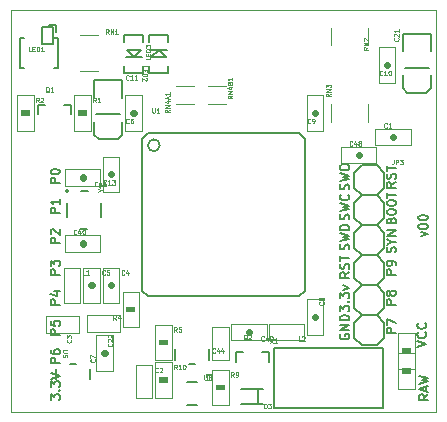
<source format=gto>
G04 #@! TF.GenerationSoftware,KiCad,Pcbnew,(5.1.4)-1*
G04 #@! TF.CreationDate,2019-10-25T18:27:15-07:00*
G04 #@! TF.ProjectId,base,62617365-2e6b-4696-9361-645f70636258,rev?*
G04 #@! TF.SameCoordinates,Original*
G04 #@! TF.FileFunction,Legend,Top*
G04 #@! TF.FilePolarity,Positive*
%FSLAX46Y46*%
G04 Gerber Fmt 4.6, Leading zero omitted, Abs format (unit mm)*
G04 Created by KiCad (PCBNEW (5.1.4)-1) date 2019-10-25 18:27:15*
%MOMM*%
%LPD*%
G04 APERTURE LIST*
%ADD10C,0.162560*%
%ADD11C,0.050000*%
%ADD12C,0.152400*%
%ADD13C,0.127000*%
%ADD14C,0.050800*%
%ADD15C,0.100000*%
%ADD16C,0.101600*%
%ADD17C,0.203200*%
%ADD18C,0.558800*%
%ADD19C,0.077216*%
%ADD20C,0.061772*%
G04 APERTURE END LIST*
D10*
X165254577Y-112661627D02*
X165769350Y-112477779D01*
X165254577Y-112293932D01*
X164997190Y-111852697D02*
X164997190Y-111779158D01*
X165033960Y-111705619D01*
X165070729Y-111668850D01*
X165144268Y-111632080D01*
X165291346Y-111595311D01*
X165475194Y-111595311D01*
X165622272Y-111632080D01*
X165695811Y-111668850D01*
X165732580Y-111705619D01*
X165769350Y-111779158D01*
X165769350Y-111852697D01*
X165732580Y-111926236D01*
X165695811Y-111963006D01*
X165622272Y-111999776D01*
X165475194Y-112036545D01*
X165291346Y-112036545D01*
X165144268Y-111999776D01*
X165070729Y-111963006D01*
X165033960Y-111926236D01*
X164997190Y-111852697D01*
X164997190Y-111117307D02*
X164997190Y-111043768D01*
X165033960Y-110970229D01*
X165070729Y-110933459D01*
X165144268Y-110896690D01*
X165291346Y-110859920D01*
X165475194Y-110859920D01*
X165622272Y-110896690D01*
X165695811Y-110933459D01*
X165732580Y-110970229D01*
X165769350Y-111043768D01*
X165769350Y-111117307D01*
X165732580Y-111190846D01*
X165695811Y-111227616D01*
X165622272Y-111264385D01*
X165475194Y-111301155D01*
X165291346Y-111301155D01*
X165144268Y-111264385D01*
X165070729Y-111227616D01*
X165033960Y-111190846D01*
X164997190Y-111117307D01*
X164885430Y-122002416D02*
X165657590Y-121745030D01*
X164885430Y-121487643D01*
X165584051Y-120789022D02*
X165620820Y-120825792D01*
X165657590Y-120936100D01*
X165657590Y-121009639D01*
X165620820Y-121119948D01*
X165547281Y-121193487D01*
X165473742Y-121230256D01*
X165326664Y-121267026D01*
X165216356Y-121267026D01*
X165069278Y-121230256D01*
X164995739Y-121193487D01*
X164922200Y-121119948D01*
X164885430Y-121009639D01*
X164885430Y-120936100D01*
X164922200Y-120825792D01*
X164958969Y-120789022D01*
X165584051Y-120016862D02*
X165620820Y-120053632D01*
X165657590Y-120163940D01*
X165657590Y-120237479D01*
X165620820Y-120347788D01*
X165547281Y-120421327D01*
X165473742Y-120458096D01*
X165326664Y-120494866D01*
X165216356Y-120494866D01*
X165069278Y-120458096D01*
X164995739Y-120421327D01*
X164922200Y-120347788D01*
X164885430Y-120237479D01*
X164885430Y-120163940D01*
X164922200Y-120053632D01*
X164958969Y-120016862D01*
D11*
X166500000Y-93500000D02*
X130500000Y-93500000D01*
X130500000Y-93500000D02*
X130500000Y-127500000D01*
X166500000Y-127500000D02*
X166500000Y-93500000D01*
X130500000Y-127500000D02*
X166500000Y-127500000D01*
D10*
X134621330Y-123383088D02*
X133849170Y-123383088D01*
X133849170Y-123088932D01*
X133885940Y-123015393D01*
X133922709Y-122978623D01*
X133996248Y-122941854D01*
X134106557Y-122941854D01*
X134180096Y-122978623D01*
X134216865Y-123015393D01*
X134253635Y-123088932D01*
X134253635Y-123383088D01*
X133849170Y-122280002D02*
X133849170Y-122427080D01*
X133885940Y-122500619D01*
X133922709Y-122537389D01*
X134033018Y-122610928D01*
X134180096Y-122647697D01*
X134474252Y-122647697D01*
X134547791Y-122610928D01*
X134584560Y-122574158D01*
X134621330Y-122500619D01*
X134621330Y-122353541D01*
X134584560Y-122280002D01*
X134547791Y-122243233D01*
X134474252Y-122206463D01*
X134290404Y-122206463D01*
X134216865Y-122243233D01*
X134180096Y-122280002D01*
X134143326Y-122353541D01*
X134143326Y-122500619D01*
X134180096Y-122574158D01*
X134216865Y-122610928D01*
X134290404Y-122647697D01*
X134621330Y-118430088D02*
X133849170Y-118430088D01*
X133849170Y-118135932D01*
X133885940Y-118062393D01*
X133922709Y-118025623D01*
X133996248Y-117988854D01*
X134106557Y-117988854D01*
X134180096Y-118025623D01*
X134216865Y-118062393D01*
X134253635Y-118135932D01*
X134253635Y-118430088D01*
X134106557Y-117327002D02*
X134621330Y-117327002D01*
X133812400Y-117510850D02*
X134363943Y-117694697D01*
X134363943Y-117216694D01*
X134621330Y-120970088D02*
X133849170Y-120970088D01*
X133849170Y-120675932D01*
X133885940Y-120602393D01*
X133922709Y-120565623D01*
X133996248Y-120528854D01*
X134106557Y-120528854D01*
X134180096Y-120565623D01*
X134216865Y-120602393D01*
X134253635Y-120675932D01*
X134253635Y-120970088D01*
X133849170Y-119830233D02*
X133849170Y-120197928D01*
X134216865Y-120234697D01*
X134180096Y-120197928D01*
X134143326Y-120124389D01*
X134143326Y-119940541D01*
X134180096Y-119867002D01*
X134216865Y-119830233D01*
X134290404Y-119793463D01*
X134474252Y-119793463D01*
X134547791Y-119830233D01*
X134584560Y-119867002D01*
X134621330Y-119940541D01*
X134621330Y-120124389D01*
X134584560Y-120197928D01*
X134547791Y-120234697D01*
X134621330Y-115890088D02*
X133849170Y-115890088D01*
X133849170Y-115595932D01*
X133885940Y-115522393D01*
X133922709Y-115485623D01*
X133996248Y-115448854D01*
X134106557Y-115448854D01*
X134180096Y-115485623D01*
X134216865Y-115522393D01*
X134253635Y-115595932D01*
X134253635Y-115890088D01*
X133849170Y-115191467D02*
X133849170Y-114713463D01*
X134143326Y-114970850D01*
X134143326Y-114860541D01*
X134180096Y-114787002D01*
X134216865Y-114750233D01*
X134290404Y-114713463D01*
X134474252Y-114713463D01*
X134547791Y-114750233D01*
X134584560Y-114787002D01*
X134621330Y-114860541D01*
X134621330Y-115081158D01*
X134584560Y-115154697D01*
X134547791Y-115191467D01*
X134621330Y-113223088D02*
X133849170Y-113223088D01*
X133849170Y-112928932D01*
X133885940Y-112855393D01*
X133922709Y-112818623D01*
X133996248Y-112781854D01*
X134106557Y-112781854D01*
X134180096Y-112818623D01*
X134216865Y-112855393D01*
X134253635Y-112928932D01*
X134253635Y-113223088D01*
X133922709Y-112487697D02*
X133885940Y-112450928D01*
X133849170Y-112377389D01*
X133849170Y-112193541D01*
X133885940Y-112120002D01*
X133922709Y-112083233D01*
X133996248Y-112046463D01*
X134069787Y-112046463D01*
X134180096Y-112083233D01*
X134621330Y-112524467D01*
X134621330Y-112046463D01*
X134621330Y-110683088D02*
X133849170Y-110683088D01*
X133849170Y-110388932D01*
X133885940Y-110315393D01*
X133922709Y-110278623D01*
X133996248Y-110241854D01*
X134106557Y-110241854D01*
X134180096Y-110278623D01*
X134216865Y-110315393D01*
X134253635Y-110388932D01*
X134253635Y-110683088D01*
X134621330Y-109506463D02*
X134621330Y-109947697D01*
X134621330Y-109727080D02*
X133849170Y-109727080D01*
X133959479Y-109800619D01*
X134033018Y-109874158D01*
X134069787Y-109947697D01*
X159095560Y-113767857D02*
X159132330Y-113657549D01*
X159132330Y-113473701D01*
X159095560Y-113400162D01*
X159058791Y-113363393D01*
X158985252Y-113326623D01*
X158911713Y-113326623D01*
X158838174Y-113363393D01*
X158801404Y-113400162D01*
X158764635Y-113473701D01*
X158727865Y-113620779D01*
X158691096Y-113694318D01*
X158654326Y-113731088D01*
X158580787Y-113767857D01*
X158507248Y-113767857D01*
X158433709Y-113731088D01*
X158396940Y-113694318D01*
X158360170Y-113620779D01*
X158360170Y-113436932D01*
X158396940Y-113326623D01*
X158360170Y-113069236D02*
X159132330Y-112885389D01*
X158580787Y-112738311D01*
X159132330Y-112591233D01*
X158360170Y-112407385D01*
X159132330Y-112113229D02*
X158360170Y-112113229D01*
X158360170Y-111929381D01*
X158396940Y-111819073D01*
X158470479Y-111745534D01*
X158544018Y-111708764D01*
X158691096Y-111671995D01*
X158801404Y-111671995D01*
X158948482Y-111708764D01*
X159022021Y-111745534D01*
X159095560Y-111819073D01*
X159132330Y-111929381D01*
X159132330Y-112113229D01*
X159095560Y-111227857D02*
X159132330Y-111117549D01*
X159132330Y-110933701D01*
X159095560Y-110860162D01*
X159058791Y-110823393D01*
X158985252Y-110786623D01*
X158911713Y-110786623D01*
X158838174Y-110823393D01*
X158801404Y-110860162D01*
X158764635Y-110933701D01*
X158727865Y-111080779D01*
X158691096Y-111154318D01*
X158654326Y-111191088D01*
X158580787Y-111227857D01*
X158507248Y-111227857D01*
X158433709Y-111191088D01*
X158396940Y-111154318D01*
X158360170Y-111080779D01*
X158360170Y-110896932D01*
X158396940Y-110786623D01*
X158360170Y-110529236D02*
X159132330Y-110345389D01*
X158580787Y-110198311D01*
X159132330Y-110051233D01*
X158360170Y-109867385D01*
X159058791Y-109131995D02*
X159095560Y-109168764D01*
X159132330Y-109279073D01*
X159132330Y-109352612D01*
X159095560Y-109462920D01*
X159022021Y-109536459D01*
X158948482Y-109573229D01*
X158801404Y-109609998D01*
X158691096Y-109609998D01*
X158544018Y-109573229D01*
X158470479Y-109536459D01*
X158396940Y-109462920D01*
X158360170Y-109352612D01*
X158360170Y-109279073D01*
X158396940Y-109168764D01*
X158433709Y-109131995D01*
D12*
X162692442Y-111285382D02*
X162726914Y-111181968D01*
X162761385Y-111147497D01*
X162830328Y-111113025D01*
X162933742Y-111113025D01*
X163002685Y-111147497D01*
X163037157Y-111181968D01*
X163071628Y-111250911D01*
X163071628Y-111526682D01*
X162347728Y-111526682D01*
X162347728Y-111285382D01*
X162382200Y-111216440D01*
X162416671Y-111181968D01*
X162485614Y-111147497D01*
X162554557Y-111147497D01*
X162623500Y-111181968D01*
X162657971Y-111216440D01*
X162692442Y-111285382D01*
X162692442Y-111526682D01*
X162347728Y-110664897D02*
X162347728Y-110527011D01*
X162382200Y-110458068D01*
X162451142Y-110389125D01*
X162589028Y-110354654D01*
X162830328Y-110354654D01*
X162968214Y-110389125D01*
X163037157Y-110458068D01*
X163071628Y-110527011D01*
X163071628Y-110664897D01*
X163037157Y-110733840D01*
X162968214Y-110802782D01*
X162830328Y-110837254D01*
X162589028Y-110837254D01*
X162451142Y-110802782D01*
X162382200Y-110733840D01*
X162347728Y-110664897D01*
X162347728Y-109906525D02*
X162347728Y-109768640D01*
X162382200Y-109699697D01*
X162451142Y-109630754D01*
X162589028Y-109596282D01*
X162830328Y-109596282D01*
X162968214Y-109630754D01*
X163037157Y-109699697D01*
X163071628Y-109768640D01*
X163071628Y-109906525D01*
X163037157Y-109975468D01*
X162968214Y-110044411D01*
X162830328Y-110078882D01*
X162589028Y-110078882D01*
X162451142Y-110044411D01*
X162382200Y-109975468D01*
X162347728Y-109906525D01*
X162347728Y-109389454D02*
X162347728Y-108975797D01*
X163071628Y-109182625D02*
X162347728Y-109182625D01*
D10*
X163069330Y-108082854D02*
X162701635Y-108340240D01*
X163069330Y-108524088D02*
X162297170Y-108524088D01*
X162297170Y-108229932D01*
X162333940Y-108156393D01*
X162370709Y-108119623D01*
X162444248Y-108082854D01*
X162554557Y-108082854D01*
X162628096Y-108119623D01*
X162664865Y-108156393D01*
X162701635Y-108229932D01*
X162701635Y-108524088D01*
X163032560Y-107788697D02*
X163069330Y-107678389D01*
X163069330Y-107494541D01*
X163032560Y-107421002D01*
X162995791Y-107384233D01*
X162922252Y-107347463D01*
X162848713Y-107347463D01*
X162775174Y-107384233D01*
X162738404Y-107421002D01*
X162701635Y-107494541D01*
X162664865Y-107641619D01*
X162628096Y-107715158D01*
X162591326Y-107751928D01*
X162517787Y-107788697D01*
X162444248Y-107788697D01*
X162370709Y-107751928D01*
X162333940Y-107715158D01*
X162297170Y-107641619D01*
X162297170Y-107457772D01*
X162333940Y-107347463D01*
X162297170Y-107126846D02*
X162297170Y-106685612D01*
X163069330Y-106906229D02*
X162297170Y-106906229D01*
X163069330Y-120843088D02*
X162297170Y-120843088D01*
X162297170Y-120548932D01*
X162333940Y-120475393D01*
X162370709Y-120438623D01*
X162444248Y-120401854D01*
X162554557Y-120401854D01*
X162628096Y-120438623D01*
X162664865Y-120475393D01*
X162701635Y-120548932D01*
X162701635Y-120843088D01*
X162297170Y-120144467D02*
X162297170Y-119629694D01*
X163069330Y-119960619D01*
X133849170Y-126504627D02*
X133849170Y-126026623D01*
X134143326Y-126284010D01*
X134143326Y-126173701D01*
X134180096Y-126100162D01*
X134216865Y-126063393D01*
X134290404Y-126026623D01*
X134474252Y-126026623D01*
X134547791Y-126063393D01*
X134584560Y-126100162D01*
X134621330Y-126173701D01*
X134621330Y-126394318D01*
X134584560Y-126467857D01*
X134547791Y-126504627D01*
X134547791Y-125695697D02*
X134584560Y-125658928D01*
X134621330Y-125695697D01*
X134584560Y-125732467D01*
X134547791Y-125695697D01*
X134621330Y-125695697D01*
X133849170Y-125401541D02*
X133849170Y-124923537D01*
X134143326Y-125180924D01*
X134143326Y-125070616D01*
X134180096Y-124997076D01*
X134216865Y-124960307D01*
X134290404Y-124923537D01*
X134474252Y-124923537D01*
X134547791Y-124960307D01*
X134584560Y-124997076D01*
X134621330Y-125070616D01*
X134621330Y-125291233D01*
X134584560Y-125364772D01*
X134547791Y-125401541D01*
X133849170Y-124702920D02*
X134621330Y-124445534D01*
X133849170Y-124188147D01*
X165837930Y-126048274D02*
X165470235Y-126305660D01*
X165837930Y-126489508D02*
X165065770Y-126489508D01*
X165065770Y-126195352D01*
X165102540Y-126121813D01*
X165139309Y-126085043D01*
X165212848Y-126048274D01*
X165323157Y-126048274D01*
X165396696Y-126085043D01*
X165433465Y-126121813D01*
X165470235Y-126195352D01*
X165470235Y-126489508D01*
X165617313Y-125754117D02*
X165617313Y-125386422D01*
X165837930Y-125827656D02*
X165065770Y-125570270D01*
X165837930Y-125312883D01*
X165065770Y-125129036D02*
X165837930Y-124945188D01*
X165286387Y-124798110D01*
X165837930Y-124651032D01*
X165065770Y-124467184D01*
X163069330Y-118430088D02*
X162297170Y-118430088D01*
X162297170Y-118135932D01*
X162333940Y-118062393D01*
X162370709Y-118025623D01*
X162444248Y-117988854D01*
X162554557Y-117988854D01*
X162628096Y-118025623D01*
X162664865Y-118062393D01*
X162701635Y-118135932D01*
X162701635Y-118430088D01*
X162628096Y-117547619D02*
X162591326Y-117621158D01*
X162554557Y-117657928D01*
X162481018Y-117694697D01*
X162444248Y-117694697D01*
X162370709Y-117657928D01*
X162333940Y-117621158D01*
X162297170Y-117547619D01*
X162297170Y-117400541D01*
X162333940Y-117327002D01*
X162370709Y-117290233D01*
X162444248Y-117253463D01*
X162481018Y-117253463D01*
X162554557Y-117290233D01*
X162591326Y-117327002D01*
X162628096Y-117400541D01*
X162628096Y-117547619D01*
X162664865Y-117621158D01*
X162701635Y-117657928D01*
X162775174Y-117694697D01*
X162922252Y-117694697D01*
X162995791Y-117657928D01*
X163032560Y-117621158D01*
X163069330Y-117547619D01*
X163069330Y-117400541D01*
X163032560Y-117327002D01*
X162995791Y-117290233D01*
X162922252Y-117253463D01*
X162775174Y-117253463D01*
X162701635Y-117290233D01*
X162664865Y-117327002D01*
X162628096Y-117400541D01*
X134621330Y-108143088D02*
X133849170Y-108143088D01*
X133849170Y-107848932D01*
X133885940Y-107775393D01*
X133922709Y-107738623D01*
X133996248Y-107701854D01*
X134106557Y-107701854D01*
X134180096Y-107738623D01*
X134216865Y-107775393D01*
X134253635Y-107848932D01*
X134253635Y-108143088D01*
X133849170Y-107223850D02*
X133849170Y-107150311D01*
X133885940Y-107076772D01*
X133922709Y-107040002D01*
X133996248Y-107003233D01*
X134143326Y-106966463D01*
X134327174Y-106966463D01*
X134474252Y-107003233D01*
X134547791Y-107040002D01*
X134584560Y-107076772D01*
X134621330Y-107150311D01*
X134621330Y-107223850D01*
X134584560Y-107297389D01*
X134547791Y-107334158D01*
X134474252Y-107370928D01*
X134327174Y-107407697D01*
X134143326Y-107407697D01*
X133996248Y-107370928D01*
X133922709Y-107334158D01*
X133885940Y-107297389D01*
X133849170Y-107223850D01*
X159132330Y-115702854D02*
X158764635Y-115960240D01*
X159132330Y-116144088D02*
X158360170Y-116144088D01*
X158360170Y-115849932D01*
X158396940Y-115776393D01*
X158433709Y-115739623D01*
X158507248Y-115702854D01*
X158617557Y-115702854D01*
X158691096Y-115739623D01*
X158727865Y-115776393D01*
X158764635Y-115849932D01*
X158764635Y-116144088D01*
X159095560Y-115408697D02*
X159132330Y-115298389D01*
X159132330Y-115114541D01*
X159095560Y-115041002D01*
X159058791Y-115004233D01*
X158985252Y-114967463D01*
X158911713Y-114967463D01*
X158838174Y-115004233D01*
X158801404Y-115041002D01*
X158764635Y-115114541D01*
X158727865Y-115261619D01*
X158691096Y-115335158D01*
X158654326Y-115371928D01*
X158580787Y-115408697D01*
X158507248Y-115408697D01*
X158433709Y-115371928D01*
X158396940Y-115335158D01*
X158360170Y-115261619D01*
X158360170Y-115077772D01*
X158396940Y-114967463D01*
X158360170Y-114746846D02*
X158360170Y-114305612D01*
X159132330Y-114526229D02*
X158360170Y-114526229D01*
X158396940Y-120946623D02*
X158360170Y-121020162D01*
X158360170Y-121130471D01*
X158396940Y-121240779D01*
X158470479Y-121314318D01*
X158544018Y-121351088D01*
X158691096Y-121387857D01*
X158801404Y-121387857D01*
X158948482Y-121351088D01*
X159022021Y-121314318D01*
X159095560Y-121240779D01*
X159132330Y-121130471D01*
X159132330Y-121056932D01*
X159095560Y-120946623D01*
X159058791Y-120909854D01*
X158801404Y-120909854D01*
X158801404Y-121056932D01*
X159132330Y-120578928D02*
X158360170Y-120578928D01*
X159132330Y-120137694D01*
X158360170Y-120137694D01*
X159132330Y-119769998D02*
X158360170Y-119769998D01*
X158360170Y-119586151D01*
X158396940Y-119475842D01*
X158470479Y-119402303D01*
X158544018Y-119365534D01*
X158691096Y-119328764D01*
X158801404Y-119328764D01*
X158948482Y-119365534D01*
X159022021Y-119402303D01*
X159095560Y-119475842D01*
X159132330Y-119586151D01*
X159132330Y-119769998D01*
X158360170Y-119011627D02*
X158360170Y-118533623D01*
X158654326Y-118791010D01*
X158654326Y-118680701D01*
X158691096Y-118607162D01*
X158727865Y-118570393D01*
X158801404Y-118533623D01*
X158985252Y-118533623D01*
X159058791Y-118570393D01*
X159095560Y-118607162D01*
X159132330Y-118680701D01*
X159132330Y-118901318D01*
X159095560Y-118974857D01*
X159058791Y-119011627D01*
X159058791Y-118202697D02*
X159095560Y-118165928D01*
X159132330Y-118202697D01*
X159095560Y-118239467D01*
X159058791Y-118202697D01*
X159132330Y-118202697D01*
X158360170Y-117908541D02*
X158360170Y-117430537D01*
X158654326Y-117687924D01*
X158654326Y-117577616D01*
X158691096Y-117504076D01*
X158727865Y-117467307D01*
X158801404Y-117430537D01*
X158985252Y-117430537D01*
X159058791Y-117467307D01*
X159095560Y-117504076D01*
X159132330Y-117577616D01*
X159132330Y-117798233D01*
X159095560Y-117871772D01*
X159058791Y-117908541D01*
X158617557Y-117173151D02*
X159132330Y-116989303D01*
X158617557Y-116805456D01*
X163032560Y-114021857D02*
X163069330Y-113911549D01*
X163069330Y-113727701D01*
X163032560Y-113654162D01*
X162995791Y-113617393D01*
X162922252Y-113580623D01*
X162848713Y-113580623D01*
X162775174Y-113617393D01*
X162738404Y-113654162D01*
X162701635Y-113727701D01*
X162664865Y-113874779D01*
X162628096Y-113948318D01*
X162591326Y-113985088D01*
X162517787Y-114021857D01*
X162444248Y-114021857D01*
X162370709Y-113985088D01*
X162333940Y-113948318D01*
X162297170Y-113874779D01*
X162297170Y-113690932D01*
X162333940Y-113580623D01*
X162701635Y-113102619D02*
X163069330Y-113102619D01*
X162297170Y-113360006D02*
X162701635Y-113102619D01*
X162297170Y-112845233D01*
X163069330Y-112587846D02*
X162297170Y-112587846D01*
X163069330Y-112146612D01*
X162297170Y-112146612D01*
X163069330Y-115890088D02*
X162297170Y-115890088D01*
X162297170Y-115595932D01*
X162333940Y-115522393D01*
X162370709Y-115485623D01*
X162444248Y-115448854D01*
X162554557Y-115448854D01*
X162628096Y-115485623D01*
X162664865Y-115522393D01*
X162701635Y-115595932D01*
X162701635Y-115890088D01*
X163069330Y-115081158D02*
X163069330Y-114934080D01*
X163032560Y-114860541D01*
X162995791Y-114823772D01*
X162885482Y-114750233D01*
X162738404Y-114713463D01*
X162444248Y-114713463D01*
X162370709Y-114750233D01*
X162333940Y-114787002D01*
X162297170Y-114860541D01*
X162297170Y-115007619D01*
X162333940Y-115081158D01*
X162370709Y-115117928D01*
X162444248Y-115154697D01*
X162628096Y-115154697D01*
X162701635Y-115117928D01*
X162738404Y-115081158D01*
X162775174Y-115007619D01*
X162775174Y-114860541D01*
X162738404Y-114787002D01*
X162701635Y-114750233D01*
X162628096Y-114713463D01*
D13*
X133134100Y-94932500D02*
X134023100Y-94932500D01*
X134023100Y-94932500D02*
X134023100Y-96342200D01*
X134023100Y-96342200D02*
X133134100Y-96342200D01*
X133134100Y-96342200D02*
X133134100Y-94932500D01*
D10*
X159095560Y-108687857D02*
X159132330Y-108577549D01*
X159132330Y-108393701D01*
X159095560Y-108320162D01*
X159058791Y-108283393D01*
X158985252Y-108246623D01*
X158911713Y-108246623D01*
X158838174Y-108283393D01*
X158801404Y-108320162D01*
X158764635Y-108393701D01*
X158727865Y-108540779D01*
X158691096Y-108614318D01*
X158654326Y-108651088D01*
X158580787Y-108687857D01*
X158507248Y-108687857D01*
X158433709Y-108651088D01*
X158396940Y-108614318D01*
X158360170Y-108540779D01*
X158360170Y-108356932D01*
X158396940Y-108246623D01*
X158360170Y-107989236D02*
X159132330Y-107805389D01*
X158580787Y-107658311D01*
X159132330Y-107511233D01*
X158360170Y-107327385D01*
X158360170Y-106886151D02*
X158360170Y-106739073D01*
X158396940Y-106665534D01*
X158470479Y-106591995D01*
X158617557Y-106555225D01*
X158874943Y-106555225D01*
X159022021Y-106591995D01*
X159095560Y-106665534D01*
X159132330Y-106739073D01*
X159132330Y-106886151D01*
X159095560Y-106959690D01*
X159022021Y-107033229D01*
X158874943Y-107069998D01*
X158617557Y-107069998D01*
X158470479Y-107033229D01*
X158396940Y-106959690D01*
X158360170Y-106886151D01*
D14*
X163289620Y-120859541D02*
X164689620Y-120859541D01*
X163289620Y-123859541D02*
X163289620Y-120859541D01*
X164689620Y-123859541D02*
X163289620Y-123859541D01*
X164689620Y-120859541D02*
X164689620Y-123859541D01*
D15*
G36*
X163608620Y-122130941D02*
G01*
X163608620Y-122588141D01*
X164370620Y-122588141D01*
X164370620Y-122130941D01*
X163608620Y-122130941D01*
G37*
D14*
X163290020Y-122558680D02*
X164690020Y-122558680D01*
X163290020Y-125558680D02*
X163290020Y-122558680D01*
X164690020Y-125558680D02*
X163290020Y-125558680D01*
X164690020Y-122558680D02*
X164690020Y-125558680D01*
D15*
G36*
X163609020Y-123830080D02*
G01*
X163609020Y-124287280D01*
X164371020Y-124287280D01*
X164371020Y-123830080D01*
X163609020Y-123830080D01*
G37*
D14*
X141350000Y-120350000D02*
X139950000Y-120350000D01*
X141350000Y-117350000D02*
X141350000Y-120350000D01*
X139950000Y-117350000D02*
X141350000Y-117350000D01*
X139950000Y-120350000D02*
X139950000Y-117350000D01*
D15*
G36*
X141031000Y-119078600D02*
G01*
X141031000Y-118621400D01*
X140269000Y-118621400D01*
X140269000Y-119078600D01*
X141031000Y-119078600D01*
G37*
D16*
X147225000Y-99950000D02*
X148725000Y-99950000D01*
X148725000Y-101450000D02*
X147225000Y-101450000D01*
X145975000Y-101450000D02*
X144475000Y-101450000D01*
X144475000Y-99950000D02*
X145975000Y-99950000D01*
D17*
X135481600Y-123489500D02*
X136018400Y-123489500D01*
X134327600Y-124729300D02*
X134327600Y-123870500D01*
X137172400Y-123870500D02*
X137172400Y-124729300D01*
X140300000Y-96900000D02*
X140900000Y-97500000D01*
X141500000Y-96900000D02*
X140300000Y-96900000D01*
X140900000Y-97500000D02*
X141500000Y-96900000D01*
X140900000Y-97500000D02*
X140200000Y-97500000D01*
X141600000Y-97500000D02*
X140900000Y-97500000D01*
X140100000Y-98800000D02*
X140100000Y-98200000D01*
X141700000Y-98800000D02*
X140100000Y-98800000D01*
X141700000Y-98200000D02*
X141700000Y-98800000D01*
X140100000Y-95600000D02*
X140100000Y-96200000D01*
X141700000Y-95600000D02*
X140100000Y-95600000D01*
X141700000Y-96200000D02*
X141700000Y-95600000D01*
X143600000Y-97500000D02*
X143000000Y-96900000D01*
X142400000Y-97500000D02*
X143600000Y-97500000D01*
X143000000Y-96900000D02*
X142400000Y-97500000D01*
X143000000Y-96900000D02*
X143700000Y-96900000D01*
X142300000Y-96900000D02*
X143000000Y-96900000D01*
X143800000Y-95600000D02*
X143800000Y-96200000D01*
X142200000Y-95600000D02*
X143800000Y-95600000D01*
X142200000Y-96200000D02*
X142200000Y-95600000D01*
X143800000Y-98800000D02*
X143800000Y-98200000D01*
X142200000Y-98800000D02*
X143800000Y-98800000D01*
X142200000Y-98200000D02*
X142200000Y-98800000D01*
D14*
X139750000Y-120750000D02*
X136950000Y-120750000D01*
X139750000Y-119350000D02*
X139750000Y-120750000D01*
X136950000Y-119350000D02*
X139750000Y-119350000D01*
X136950000Y-120750000D02*
X136950000Y-119350000D01*
D13*
X165877240Y-98374200D02*
X163845240Y-98374200D01*
D17*
X166061240Y-100093200D02*
X166061240Y-98993200D01*
X165661240Y-100493200D02*
X166061240Y-100093200D01*
X164061240Y-100493200D02*
X165661240Y-100493200D01*
X163661240Y-100093200D02*
X164061240Y-100493200D01*
X163661240Y-98993200D02*
X163661240Y-100093200D01*
X166061240Y-95493200D02*
X166061240Y-96993200D01*
X163661240Y-95493200D02*
X166061240Y-95493200D01*
X163661240Y-96993200D02*
X163661240Y-95493200D01*
D14*
X139100000Y-124050000D02*
X137700000Y-124050000D01*
X139100000Y-121050000D02*
X139100000Y-124050000D01*
X137700000Y-121050000D02*
X139100000Y-121050000D01*
X137700000Y-124050000D02*
X137700000Y-121050000D01*
D18*
X138369500Y-122550000D02*
X138430500Y-122550000D01*
D14*
X136250000Y-120800000D02*
X133450000Y-120800000D01*
X136250000Y-119400000D02*
X136250000Y-120800000D01*
X133450000Y-119400000D02*
X136250000Y-119400000D01*
X133450000Y-120800000D02*
X133450000Y-119400000D01*
D17*
X143101100Y-104945600D02*
G75*
G03X143101100Y-104945600I-500000J0D01*
G01*
X142101100Y-117745600D02*
X141601100Y-117245600D01*
X154901100Y-117745600D02*
X155401100Y-117245600D01*
X154901100Y-103945600D02*
X155401100Y-104445600D01*
X141601100Y-104445600D02*
X141601100Y-117245600D01*
X142101100Y-103945600D02*
X141601100Y-104445600D01*
X154901100Y-103945600D02*
X142101100Y-103945600D01*
X155401100Y-117245600D02*
X155401100Y-104445600D01*
X142101100Y-117745600D02*
X154901100Y-117745600D01*
D14*
X161352100Y-104941600D02*
X161352100Y-103541600D01*
X164352100Y-104941600D02*
X161352100Y-104941600D01*
X164352100Y-103541600D02*
X164352100Y-104941600D01*
X161352100Y-103541600D02*
X164352100Y-103541600D01*
D18*
X162852100Y-104211100D02*
X162852100Y-104272100D01*
D14*
X131037100Y-100709600D02*
X132437100Y-100709600D01*
X131037100Y-103709600D02*
X131037100Y-100709600D01*
X132437100Y-103709600D02*
X131037100Y-103709600D01*
X132437100Y-100709600D02*
X132437100Y-103709600D01*
D15*
G36*
X131356100Y-101981000D02*
G01*
X131356100Y-102438200D01*
X132118100Y-102438200D01*
X132118100Y-101981000D01*
X131356100Y-101981000D01*
G37*
D16*
X136384600Y-95579600D02*
X137884600Y-95579600D01*
X137884600Y-98679600D02*
X136384600Y-98679600D01*
D13*
X139738100Y-102336600D02*
X137706100Y-102336600D01*
D17*
X139922100Y-104055600D02*
X139922100Y-102955600D01*
X139522100Y-104455600D02*
X139922100Y-104055600D01*
X137922100Y-104455600D02*
X139522100Y-104455600D01*
X137522100Y-104055600D02*
X137922100Y-104455600D01*
X137522100Y-102955600D02*
X137522100Y-104055600D01*
X139922100Y-99455600D02*
X139922100Y-100955600D01*
X137522100Y-99455600D02*
X139922100Y-99455600D01*
X137522100Y-100955600D02*
X137522100Y-99455600D01*
D14*
X135863100Y-100709600D02*
X137263100Y-100709600D01*
X135863100Y-103709600D02*
X135863100Y-100709600D01*
X137263100Y-103709600D02*
X135863100Y-103709600D01*
X137263100Y-100709600D02*
X137263100Y-103709600D01*
D15*
G36*
X136182100Y-101981000D02*
G01*
X136182100Y-102438200D01*
X136944100Y-102438200D01*
X136944100Y-101981000D01*
X136182100Y-101981000D01*
G37*
D16*
X157619100Y-102959600D02*
X157619100Y-101459600D01*
X160719100Y-101459600D02*
X160719100Y-102959600D01*
X160719100Y-94982600D02*
X160719100Y-96482600D01*
X157619100Y-96482600D02*
X157619100Y-94982600D01*
D17*
X135550100Y-101509600D02*
X135550100Y-102309600D01*
X134950100Y-101509600D02*
X135550100Y-101509600D01*
X132750100Y-101509600D02*
X132750100Y-102309600D01*
X133350100Y-101509600D02*
X132750100Y-101509600D01*
D14*
X156948100Y-103709600D02*
X155548100Y-103709600D01*
X156948100Y-100709600D02*
X156948100Y-103709600D01*
X155548100Y-100709600D02*
X156948100Y-100709600D01*
X155548100Y-103709600D02*
X155548100Y-100709600D01*
D18*
X156217600Y-102209600D02*
X156278600Y-102209600D01*
D13*
X134280100Y-94729600D02*
X133680100Y-94729600D01*
X134280100Y-95329600D02*
X134280100Y-94729600D01*
D17*
X134480100Y-98429600D02*
X134180100Y-98429600D01*
X134480100Y-95829600D02*
X134480100Y-98429600D01*
X134180100Y-95829600D02*
X134480100Y-95829600D01*
X131280100Y-98429600D02*
X131580100Y-98429600D01*
X131280100Y-95829600D02*
X131280100Y-98429600D01*
X131580100Y-95829600D02*
X131280100Y-95829600D01*
D14*
X163044100Y-99645600D02*
X161644100Y-99645600D01*
X163044100Y-96645600D02*
X163044100Y-99645600D01*
X161644100Y-96645600D02*
X163044100Y-96645600D01*
X161644100Y-99645600D02*
X161644100Y-96645600D01*
D18*
X162313600Y-98145600D02*
X162374600Y-98145600D01*
D14*
X141581100Y-103709600D02*
X140181100Y-103709600D01*
X141581100Y-100709600D02*
X141581100Y-103709600D01*
X140181100Y-100709600D02*
X141581100Y-100709600D01*
X140181100Y-103709600D02*
X140181100Y-100709600D01*
D18*
X140850600Y-102209600D02*
X140911600Y-102209600D01*
D14*
X135063100Y-113958600D02*
X135063100Y-112558600D01*
X138063100Y-113958600D02*
X135063100Y-113958600D01*
X138063100Y-112558600D02*
X138063100Y-113958600D01*
X135063100Y-112558600D02*
X138063100Y-112558600D01*
D18*
X136563100Y-113228100D02*
X136563100Y-113289100D01*
D14*
X138063100Y-106970600D02*
X138063100Y-108370600D01*
X135063100Y-106970600D02*
X138063100Y-106970600D01*
X135063100Y-108370600D02*
X135063100Y-106970600D01*
X138063100Y-108370600D02*
X135063100Y-108370600D01*
D18*
X136563100Y-107701100D02*
X136563100Y-107640100D01*
D14*
X138276100Y-115314600D02*
X139676100Y-115314600D01*
X138276100Y-118314600D02*
X138276100Y-115314600D01*
X139676100Y-118314600D02*
X138276100Y-118314600D01*
X139676100Y-115314600D02*
X139676100Y-118314600D01*
D18*
X139006600Y-116814600D02*
X138945600Y-116814600D01*
D14*
X136625100Y-115314600D02*
X138025100Y-115314600D01*
X136625100Y-118314600D02*
X136625100Y-115314600D01*
X138025100Y-118314600D02*
X136625100Y-118314600D01*
X138025100Y-115314600D02*
X138025100Y-118314600D01*
D18*
X137355600Y-116814600D02*
X137294600Y-116814600D01*
D14*
X155548100Y-117981600D02*
X156948100Y-117981600D01*
X155548100Y-120981600D02*
X155548100Y-117981600D01*
X156948100Y-120981600D02*
X155548100Y-120981600D01*
X156948100Y-117981600D02*
X156948100Y-120981600D01*
D18*
X156278600Y-119481600D02*
X156217600Y-119481600D01*
D14*
X139676100Y-108916600D02*
X138276100Y-108916600D01*
X139676100Y-105916600D02*
X139676100Y-108916600D01*
X138276100Y-105916600D02*
X139676100Y-105916600D01*
X138276100Y-108916600D02*
X138276100Y-105916600D01*
D18*
X138945600Y-107416600D02*
X139006600Y-107416600D01*
D14*
X134974100Y-115314600D02*
X136374100Y-115314600D01*
X134974100Y-118314600D02*
X134974100Y-115314600D01*
X136374100Y-118314600D02*
X134974100Y-118314600D01*
X136374100Y-115314600D02*
X136374100Y-118314600D01*
D13*
X135340100Y-108814600D02*
G75*
G03X135340100Y-108814600I-100000J0D01*
G01*
D17*
X137009100Y-108826600D02*
X136409100Y-108826600D01*
X135209100Y-111026600D02*
X135209100Y-109826600D01*
X136959100Y-112076600D02*
X136359100Y-112076600D01*
X138109100Y-109826600D02*
X138109100Y-111026600D01*
D14*
X158431100Y-106465600D02*
X158431100Y-105065600D01*
X161431100Y-106465600D02*
X158431100Y-106465600D01*
X161431100Y-105065600D02*
X161431100Y-106465600D01*
X158431100Y-105065600D02*
X161431100Y-105065600D01*
D18*
X159931100Y-105735100D02*
X159931100Y-105796100D01*
D14*
X152160100Y-120051600D02*
X152160100Y-121451600D01*
X149160100Y-120051600D02*
X152160100Y-120051600D01*
X149160100Y-121451600D02*
X149160100Y-120051600D01*
X152160100Y-121451600D02*
X149160100Y-121451600D01*
D18*
X150660100Y-120782100D02*
X150660100Y-120721100D01*
D14*
X155335100Y-120051600D02*
X155335100Y-121451600D01*
X152335100Y-120051600D02*
X155335100Y-120051600D01*
X152335100Y-121451600D02*
X152335100Y-120051600D01*
X155335100Y-121451600D02*
X152335100Y-121451600D01*
X147547100Y-123167600D02*
X147547100Y-120367600D01*
X148947100Y-123167600D02*
X147547100Y-123167600D01*
X148947100Y-120367600D02*
X148947100Y-123167600D01*
X147547100Y-120367600D02*
X148947100Y-120367600D01*
X142470100Y-123542600D02*
X142470100Y-126342600D01*
X141070100Y-123542600D02*
X142470100Y-123542600D01*
X141070100Y-126342600D02*
X141070100Y-123542600D01*
X142470100Y-126342600D02*
X141070100Y-126342600D01*
D13*
X145434100Y-126958600D02*
X146234100Y-126958600D01*
X145434100Y-124958600D02*
X146234100Y-124958600D01*
D17*
X152314100Y-122464600D02*
X152314100Y-123264600D01*
X151714100Y-122464600D02*
X152314100Y-122464600D01*
X149514100Y-122464600D02*
X149514100Y-123264600D01*
X150114100Y-122464600D02*
X149514100Y-122464600D01*
D14*
X147547100Y-123950600D02*
X148947100Y-123950600D01*
X147547100Y-126950600D02*
X147547100Y-123950600D01*
X148947100Y-126950600D02*
X147547100Y-126950600D01*
X148947100Y-123950600D02*
X148947100Y-126950600D01*
D15*
G36*
X147866100Y-125222000D02*
G01*
X147866100Y-125679200D01*
X148628100Y-125679200D01*
X148628100Y-125222000D01*
X147866100Y-125222000D01*
G37*
D17*
X151414100Y-126862600D02*
X151414100Y-125562600D01*
X151414100Y-125562600D02*
X150014100Y-125562600D01*
X151814100Y-125562600D02*
X151414100Y-125562600D01*
X151414100Y-126862600D02*
X150014100Y-126862600D01*
X151814100Y-126862600D02*
X151414100Y-126862600D01*
D14*
X142721100Y-123315600D02*
X144121100Y-123315600D01*
X142721100Y-126315600D02*
X142721100Y-123315600D01*
X144121100Y-126315600D02*
X142721100Y-126315600D01*
X144121100Y-123315600D02*
X144121100Y-126315600D01*
D15*
G36*
X143040100Y-124587000D02*
G01*
X143040100Y-125044200D01*
X143802100Y-125044200D01*
X143802100Y-124587000D01*
X143040100Y-124587000D01*
G37*
D17*
X146102500Y-123467000D02*
X145565700Y-123467000D01*
X147256500Y-122227200D02*
X147256500Y-123086000D01*
X144411700Y-123086000D02*
X144411700Y-122227200D01*
D13*
X161971100Y-122071100D02*
X161971100Y-127226100D01*
X152811100Y-122071100D02*
X161971100Y-122071100D01*
X152811100Y-127226100D02*
X152811100Y-122071100D01*
X152811100Y-127226100D02*
X161971100Y-127226100D01*
D14*
X142721100Y-120140600D02*
X144121100Y-120140600D01*
X142721100Y-123140600D02*
X142721100Y-120140600D01*
X144121100Y-123140600D02*
X142721100Y-123140600D01*
X144121100Y-120140600D02*
X144121100Y-123140600D01*
D15*
G36*
X143040100Y-121412000D02*
G01*
X143040100Y-121869200D01*
X143802100Y-121869200D01*
X143802100Y-121412000D01*
X143040100Y-121412000D01*
G37*
D12*
X159550100Y-121259600D02*
X159550100Y-119989600D01*
X160185100Y-119354600D02*
X159550100Y-119989600D01*
X162090100Y-119989600D02*
X161455100Y-119354600D01*
X160185100Y-121894600D02*
X159550100Y-121259600D01*
X161455100Y-121894600D02*
X160185100Y-121894600D01*
X162090100Y-121259600D02*
X161455100Y-121894600D01*
X162090100Y-119989600D02*
X162090100Y-121259600D01*
X159550100Y-108559600D02*
X159550100Y-107289600D01*
X160185100Y-106654600D02*
X159550100Y-107289600D01*
X162090100Y-107289600D02*
X161455100Y-106654600D01*
X161455100Y-106654600D02*
X160185100Y-106654600D01*
X159550100Y-109829600D02*
X160185100Y-109194600D01*
X159550100Y-111099600D02*
X159550100Y-109829600D01*
X160185100Y-111734600D02*
X159550100Y-111099600D01*
X161455100Y-111734600D02*
X160185100Y-111734600D01*
X162090100Y-111099600D02*
X161455100Y-111734600D01*
X162090100Y-109829600D02*
X162090100Y-111099600D01*
X161455100Y-109194600D02*
X162090100Y-109829600D01*
X160185100Y-109194600D02*
X159550100Y-108559600D01*
X161455100Y-109194600D02*
X160185100Y-109194600D01*
X162090100Y-108559600D02*
X161455100Y-109194600D01*
X162090100Y-107289600D02*
X162090100Y-108559600D01*
X159550100Y-116179600D02*
X159550100Y-114909600D01*
X160185100Y-114274600D02*
X159550100Y-114909600D01*
X162090100Y-114909600D02*
X161455100Y-114274600D01*
X159550100Y-112369600D02*
X160185100Y-111734600D01*
X159550100Y-113639600D02*
X159550100Y-112369600D01*
X160185100Y-114274600D02*
X159550100Y-113639600D01*
X161455100Y-114274600D02*
X160185100Y-114274600D01*
X162090100Y-113639600D02*
X161455100Y-114274600D01*
X162090100Y-112369600D02*
X162090100Y-113639600D01*
X161455100Y-111734600D02*
X162090100Y-112369600D01*
X159550100Y-117449600D02*
X160185100Y-116814600D01*
X159550100Y-118719600D02*
X159550100Y-117449600D01*
X160185100Y-119354600D02*
X159550100Y-118719600D01*
X161455100Y-119354600D02*
X160185100Y-119354600D01*
X162090100Y-118719600D02*
X161455100Y-119354600D01*
X162090100Y-117449600D02*
X162090100Y-118719600D01*
X161455100Y-116814600D02*
X162090100Y-117449600D01*
X160185100Y-116814600D02*
X159550100Y-116179600D01*
X161455100Y-116814600D02*
X160185100Y-116814600D01*
X162090100Y-116179600D02*
X161455100Y-116814600D01*
X162090100Y-114909600D02*
X162090100Y-116179600D01*
D19*
X139396575Y-119720615D02*
X139267881Y-119536767D01*
X139175958Y-119720615D02*
X139175958Y-119334535D01*
X139323036Y-119334535D01*
X139359805Y-119352920D01*
X139378190Y-119371304D01*
X139396575Y-119408074D01*
X139396575Y-119463228D01*
X139378190Y-119499998D01*
X139359805Y-119518382D01*
X139323036Y-119536767D01*
X139175958Y-119536767D01*
X139727501Y-119463228D02*
X139727501Y-119720615D01*
X139635577Y-119316150D02*
X139543653Y-119591921D01*
X139782655Y-119591921D01*
X149226615Y-100762164D02*
X149042767Y-100890858D01*
X149226615Y-100982781D02*
X148840535Y-100982781D01*
X148840535Y-100835703D01*
X148858920Y-100798934D01*
X148877304Y-100780549D01*
X148914074Y-100762164D01*
X148969228Y-100762164D01*
X149005998Y-100780549D01*
X149024382Y-100798934D01*
X149042767Y-100835703D01*
X149042767Y-100982781D01*
X149226615Y-100596701D02*
X148840535Y-100596701D01*
X149226615Y-100376084D01*
X148840535Y-100376084D01*
X148969228Y-100026774D02*
X149226615Y-100026774D01*
X148822150Y-100118698D02*
X149097921Y-100210621D01*
X149097921Y-99971619D01*
X149024382Y-99695848D02*
X149042767Y-99640694D01*
X149061152Y-99622309D01*
X149097921Y-99603924D01*
X149153076Y-99603924D01*
X149189845Y-99622309D01*
X149208230Y-99640694D01*
X149226615Y-99677463D01*
X149226615Y-99824541D01*
X148840535Y-99824541D01*
X148840535Y-99695848D01*
X148858920Y-99659078D01*
X148877304Y-99640694D01*
X148914074Y-99622309D01*
X148950843Y-99622309D01*
X148987613Y-99640694D01*
X149005998Y-99659078D01*
X149024382Y-99695848D01*
X149024382Y-99824541D01*
X149226615Y-99236229D02*
X149226615Y-99456846D01*
X149226615Y-99346538D02*
X148840535Y-99346538D01*
X148895689Y-99383307D01*
X148932459Y-99420077D01*
X148950843Y-99456846D01*
X143936615Y-101924768D02*
X143752767Y-102053461D01*
X143936615Y-102145385D02*
X143550535Y-102145385D01*
X143550535Y-101998307D01*
X143568920Y-101961538D01*
X143587304Y-101943153D01*
X143624074Y-101924768D01*
X143679228Y-101924768D01*
X143715998Y-101943153D01*
X143734382Y-101961538D01*
X143752767Y-101998307D01*
X143752767Y-102145385D01*
X143936615Y-101759305D02*
X143550535Y-101759305D01*
X143936615Y-101538688D01*
X143550535Y-101538688D01*
X143679228Y-101189378D02*
X143936615Y-101189378D01*
X143532150Y-101281301D02*
X143807921Y-101373225D01*
X143807921Y-101134223D01*
X143826306Y-101005530D02*
X143826306Y-100821682D01*
X143936615Y-101042300D02*
X143550535Y-100913606D01*
X143936615Y-100784913D01*
X143936615Y-100453987D02*
X143936615Y-100674604D01*
X143936615Y-100564296D02*
X143550535Y-100564296D01*
X143605689Y-100601065D01*
X143642459Y-100637835D01*
X143660843Y-100674604D01*
X135265464Y-122283014D02*
X134952923Y-122283014D01*
X134916154Y-122301398D01*
X134897769Y-122319783D01*
X134879384Y-122356553D01*
X134879384Y-122430092D01*
X134897769Y-122466861D01*
X134916154Y-122485246D01*
X134952923Y-122503631D01*
X135265464Y-122503631D01*
X135265464Y-122871326D02*
X135265464Y-122687478D01*
X135081617Y-122669094D01*
X135100001Y-122687478D01*
X135118386Y-122724248D01*
X135118386Y-122816172D01*
X135100001Y-122852941D01*
X135081617Y-122871326D01*
X135044847Y-122889711D01*
X134952923Y-122889711D01*
X134916154Y-122871326D01*
X134897769Y-122852941D01*
X134879384Y-122816172D01*
X134879384Y-122724248D01*
X134897769Y-122687478D01*
X134916154Y-122669094D01*
X142278615Y-97501045D02*
X142278615Y-97684893D01*
X141892535Y-97684893D01*
X142076382Y-97372352D02*
X142076382Y-97243658D01*
X142278615Y-97188504D02*
X142278615Y-97372352D01*
X141892535Y-97372352D01*
X141892535Y-97188504D01*
X142278615Y-97023041D02*
X141892535Y-97023041D01*
X141892535Y-96931118D01*
X141910920Y-96875963D01*
X141947689Y-96839194D01*
X141984459Y-96820809D01*
X142057998Y-96802424D01*
X142113152Y-96802424D01*
X142186691Y-96820809D01*
X142223460Y-96839194D01*
X142260230Y-96875963D01*
X142278615Y-96931118D01*
X142278615Y-97023041D01*
X141892535Y-96673731D02*
X141892535Y-96434729D01*
X142039613Y-96563422D01*
X142039613Y-96508268D01*
X142057998Y-96471498D01*
X142076382Y-96453114D01*
X142113152Y-96434729D01*
X142205076Y-96434729D01*
X142241845Y-96453114D01*
X142260230Y-96471498D01*
X142278615Y-96508268D01*
X142278615Y-96618577D01*
X142260230Y-96655346D01*
X142241845Y-96673731D01*
X141621384Y-98414961D02*
X141621384Y-98231114D01*
X142007464Y-98231114D01*
X141823617Y-98543655D02*
X141823617Y-98672348D01*
X141621384Y-98727502D02*
X141621384Y-98543655D01*
X142007464Y-98543655D01*
X142007464Y-98727502D01*
X141621384Y-98892965D02*
X142007464Y-98892965D01*
X142007464Y-98984889D01*
X141989080Y-99040043D01*
X141952310Y-99076813D01*
X141915540Y-99095198D01*
X141842001Y-99113582D01*
X141786847Y-99113582D01*
X141713308Y-99095198D01*
X141676539Y-99076813D01*
X141639769Y-99040043D01*
X141621384Y-98984889D01*
X141621384Y-98892965D01*
X141970695Y-99260660D02*
X141989080Y-99279045D01*
X142007464Y-99315815D01*
X142007464Y-99407738D01*
X141989080Y-99444508D01*
X141970695Y-99462893D01*
X141933925Y-99481278D01*
X141897156Y-99481278D01*
X141842001Y-99462893D01*
X141621384Y-99242276D01*
X141621384Y-99481278D01*
X139056845Y-121734619D02*
X139075230Y-121753004D01*
X139093615Y-121808158D01*
X139093615Y-121844928D01*
X139075230Y-121900082D01*
X139038460Y-121936852D01*
X139001691Y-121955237D01*
X138928152Y-121973621D01*
X138872998Y-121973621D01*
X138799459Y-121955237D01*
X138762689Y-121936852D01*
X138725920Y-121900082D01*
X138707535Y-121844928D01*
X138707535Y-121808158D01*
X138725920Y-121753004D01*
X138744304Y-121734619D01*
X138744304Y-121587541D02*
X138725920Y-121569157D01*
X138707535Y-121532387D01*
X138707535Y-121440463D01*
X138725920Y-121403694D01*
X138744304Y-121385309D01*
X138781074Y-121366924D01*
X138817843Y-121366924D01*
X138872998Y-121385309D01*
X139093615Y-121605926D01*
X139093615Y-121366924D01*
X138744304Y-121219846D02*
X138725920Y-121201461D01*
X138707535Y-121164692D01*
X138707535Y-121072768D01*
X138725920Y-121035998D01*
X138744304Y-121017614D01*
X138781074Y-120999229D01*
X138817843Y-120999229D01*
X138872998Y-121017614D01*
X139093615Y-121238231D01*
X139093615Y-120999229D01*
X163282085Y-95880408D02*
X163300470Y-95898793D01*
X163318855Y-95953947D01*
X163318855Y-95990717D01*
X163300470Y-96045871D01*
X163263700Y-96082641D01*
X163226931Y-96101025D01*
X163153392Y-96119410D01*
X163098238Y-96119410D01*
X163024699Y-96101025D01*
X162987929Y-96082641D01*
X162951160Y-96045871D01*
X162932775Y-95990717D01*
X162932775Y-95953947D01*
X162951160Y-95898793D01*
X162969544Y-95880408D01*
X162969544Y-95733330D02*
X162951160Y-95714945D01*
X162932775Y-95678176D01*
X162932775Y-95586252D01*
X162951160Y-95549482D01*
X162969544Y-95531098D01*
X163006314Y-95512713D01*
X163043083Y-95512713D01*
X163098238Y-95531098D01*
X163318855Y-95751715D01*
X163318855Y-95512713D01*
X163318855Y-95145018D02*
X163318855Y-95365635D01*
X163318855Y-95255326D02*
X162932775Y-95255326D01*
X162987929Y-95292096D01*
X163024699Y-95328865D01*
X163043083Y-95365635D01*
X137582845Y-123076268D02*
X137601230Y-123094653D01*
X137619615Y-123149807D01*
X137619615Y-123186577D01*
X137601230Y-123241731D01*
X137564460Y-123278501D01*
X137527691Y-123296885D01*
X137454152Y-123315270D01*
X137398998Y-123315270D01*
X137325459Y-123296885D01*
X137288689Y-123278501D01*
X137251920Y-123241731D01*
X137233535Y-123186577D01*
X137233535Y-123149807D01*
X137251920Y-123094653D01*
X137270304Y-123076268D01*
X137233535Y-122947575D02*
X137233535Y-122690188D01*
X137619615Y-122855651D01*
X135556845Y-121416924D02*
X135575230Y-121435309D01*
X135593615Y-121490463D01*
X135593615Y-121527233D01*
X135575230Y-121582387D01*
X135538460Y-121619157D01*
X135501691Y-121637541D01*
X135428152Y-121655926D01*
X135372998Y-121655926D01*
X135299459Y-121637541D01*
X135262689Y-121619157D01*
X135225920Y-121582387D01*
X135207535Y-121527233D01*
X135207535Y-121490463D01*
X135225920Y-121435309D01*
X135244304Y-121416924D01*
X135207535Y-121288231D02*
X135207535Y-121049229D01*
X135354613Y-121177922D01*
X135354613Y-121122768D01*
X135372998Y-121085998D01*
X135391382Y-121067614D01*
X135428152Y-121049229D01*
X135520076Y-121049229D01*
X135556845Y-121067614D01*
X135575230Y-121085998D01*
X135593615Y-121122768D01*
X135593615Y-121233077D01*
X135575230Y-121269846D01*
X135556845Y-121288231D01*
X142468214Y-101821135D02*
X142468214Y-102133676D01*
X142486598Y-102170445D01*
X142504983Y-102188830D01*
X142541753Y-102207215D01*
X142615292Y-102207215D01*
X142652061Y-102188830D01*
X142670446Y-102170445D01*
X142688831Y-102133676D01*
X142688831Y-101821135D01*
X143074911Y-102207215D02*
X142854294Y-102207215D01*
X142964602Y-102207215D02*
X142964602Y-101821135D01*
X142927833Y-101876289D01*
X142891063Y-101913059D01*
X142854294Y-101931443D01*
X162325831Y-103424445D02*
X162307446Y-103442830D01*
X162252292Y-103461215D01*
X162215522Y-103461215D01*
X162160368Y-103442830D01*
X162123598Y-103406060D01*
X162105214Y-103369291D01*
X162086829Y-103295752D01*
X162086829Y-103240598D01*
X162105214Y-103167059D01*
X162123598Y-103130289D01*
X162160368Y-103093520D01*
X162215522Y-103075135D01*
X162252292Y-103075135D01*
X162307446Y-103093520D01*
X162325831Y-103111904D01*
X162693526Y-103461215D02*
X162472909Y-103461215D01*
X162583218Y-103461215D02*
X162583218Y-103075135D01*
X162546448Y-103130289D01*
X162509678Y-103167059D01*
X162472909Y-103185443D01*
X132861831Y-101302215D02*
X132733138Y-101118367D01*
X132641214Y-101302215D02*
X132641214Y-100916135D01*
X132788292Y-100916135D01*
X132825061Y-100934520D01*
X132843446Y-100952904D01*
X132861831Y-100989674D01*
X132861831Y-101044828D01*
X132843446Y-101081598D01*
X132825061Y-101099982D01*
X132788292Y-101118367D01*
X132641214Y-101118367D01*
X133008909Y-100952904D02*
X133027294Y-100934520D01*
X133064063Y-100916135D01*
X133155987Y-100916135D01*
X133192757Y-100934520D01*
X133211141Y-100952904D01*
X133229526Y-100989674D01*
X133229526Y-101026443D01*
X133211141Y-101081598D01*
X132990524Y-101302215D01*
X133229526Y-101302215D01*
X138767331Y-95523715D02*
X138638638Y-95339867D01*
X138546714Y-95523715D02*
X138546714Y-95137635D01*
X138693792Y-95137635D01*
X138730561Y-95156020D01*
X138748946Y-95174404D01*
X138767331Y-95211174D01*
X138767331Y-95266328D01*
X138748946Y-95303098D01*
X138730561Y-95321482D01*
X138693792Y-95339867D01*
X138546714Y-95339867D01*
X138932794Y-95523715D02*
X138932794Y-95137635D01*
X139153411Y-95523715D01*
X139153411Y-95137635D01*
X139539491Y-95523715D02*
X139318874Y-95523715D01*
X139429182Y-95523715D02*
X139429182Y-95137635D01*
X139392413Y-95192789D01*
X139355643Y-95229559D01*
X139318874Y-95247943D01*
X140465831Y-99360445D02*
X140447446Y-99378830D01*
X140392292Y-99397215D01*
X140355522Y-99397215D01*
X140300368Y-99378830D01*
X140263598Y-99342060D01*
X140245214Y-99305291D01*
X140226829Y-99231752D01*
X140226829Y-99176598D01*
X140245214Y-99103059D01*
X140263598Y-99066289D01*
X140300368Y-99029520D01*
X140355522Y-99011135D01*
X140392292Y-99011135D01*
X140447446Y-99029520D01*
X140465831Y-99047904D01*
X140833526Y-99397215D02*
X140612909Y-99397215D01*
X140723218Y-99397215D02*
X140723218Y-99011135D01*
X140686448Y-99066289D01*
X140649678Y-99103059D01*
X140612909Y-99121443D01*
X141201221Y-99397215D02*
X140980604Y-99397215D01*
X141090913Y-99397215D02*
X141090913Y-99011135D01*
X141054143Y-99066289D01*
X141017374Y-99103059D01*
X140980604Y-99121443D01*
X137687831Y-101302215D02*
X137559138Y-101118367D01*
X137467214Y-101302215D02*
X137467214Y-100916135D01*
X137614292Y-100916135D01*
X137651061Y-100934520D01*
X137669446Y-100952904D01*
X137687831Y-100989674D01*
X137687831Y-101044828D01*
X137669446Y-101081598D01*
X137651061Y-101099982D01*
X137614292Y-101118367D01*
X137467214Y-101118367D01*
X138055526Y-101302215D02*
X137834909Y-101302215D01*
X137945218Y-101302215D02*
X137945218Y-100916135D01*
X137908448Y-100971289D01*
X137871678Y-101008059D01*
X137834909Y-101026443D01*
X157563215Y-100576868D02*
X157379367Y-100705561D01*
X157563215Y-100797485D02*
X157177135Y-100797485D01*
X157177135Y-100650407D01*
X157195520Y-100613638D01*
X157213904Y-100595253D01*
X157250674Y-100576868D01*
X157305828Y-100576868D01*
X157342598Y-100595253D01*
X157360982Y-100613638D01*
X157379367Y-100650407D01*
X157379367Y-100797485D01*
X157563215Y-100411405D02*
X157177135Y-100411405D01*
X157563215Y-100190788D01*
X157177135Y-100190788D01*
X157177135Y-100043710D02*
X157177135Y-99804708D01*
X157324213Y-99933401D01*
X157324213Y-99878247D01*
X157342598Y-99841478D01*
X157360982Y-99823093D01*
X157397752Y-99804708D01*
X157489676Y-99804708D01*
X157526445Y-99823093D01*
X157544830Y-99841478D01*
X157563215Y-99878247D01*
X157563215Y-99988556D01*
X157544830Y-100025325D01*
X157526445Y-100043710D01*
X160738215Y-96639868D02*
X160554367Y-96768561D01*
X160738215Y-96860485D02*
X160352135Y-96860485D01*
X160352135Y-96713407D01*
X160370520Y-96676638D01*
X160388904Y-96658253D01*
X160425674Y-96639868D01*
X160480828Y-96639868D01*
X160517598Y-96658253D01*
X160535982Y-96676638D01*
X160554367Y-96713407D01*
X160554367Y-96860485D01*
X160738215Y-96474405D02*
X160352135Y-96474405D01*
X160738215Y-96253788D01*
X160352135Y-96253788D01*
X160388904Y-96088325D02*
X160370520Y-96069941D01*
X160352135Y-96033171D01*
X160352135Y-95941247D01*
X160370520Y-95904478D01*
X160388904Y-95886093D01*
X160425674Y-95867708D01*
X160462443Y-95867708D01*
X160517598Y-95886093D01*
X160738215Y-96106710D01*
X160738215Y-95867708D01*
X133724100Y-100449984D02*
X133687331Y-100431600D01*
X133650561Y-100394830D01*
X133595407Y-100339676D01*
X133558638Y-100321291D01*
X133521868Y-100321291D01*
X133540253Y-100413215D02*
X133503483Y-100394830D01*
X133466714Y-100358060D01*
X133448329Y-100284521D01*
X133448329Y-100155828D01*
X133466714Y-100082289D01*
X133503483Y-100045520D01*
X133540253Y-100027135D01*
X133613792Y-100027135D01*
X133650561Y-100045520D01*
X133687331Y-100082289D01*
X133705716Y-100155828D01*
X133705716Y-100284521D01*
X133687331Y-100358060D01*
X133650561Y-100394830D01*
X133613792Y-100413215D01*
X133540253Y-100413215D01*
X134073411Y-100413215D02*
X133852794Y-100413215D01*
X133963102Y-100413215D02*
X133963102Y-100027135D01*
X133926333Y-100082289D01*
X133889563Y-100119059D01*
X133852794Y-100137443D01*
X155848831Y-103043445D02*
X155830446Y-103061830D01*
X155775292Y-103080215D01*
X155738522Y-103080215D01*
X155683368Y-103061830D01*
X155646598Y-103025060D01*
X155628214Y-102988291D01*
X155609829Y-102914752D01*
X155609829Y-102859598D01*
X155628214Y-102786059D01*
X155646598Y-102749289D01*
X155683368Y-102712520D01*
X155738522Y-102694135D01*
X155775292Y-102694135D01*
X155830446Y-102712520D01*
X155848831Y-102730904D01*
X156032678Y-103080215D02*
X156106218Y-103080215D01*
X156142987Y-103061830D01*
X156161372Y-103043445D01*
X156198141Y-102988291D01*
X156216526Y-102914752D01*
X156216526Y-102767674D01*
X156198141Y-102730904D01*
X156179757Y-102712520D01*
X156142987Y-102694135D01*
X156069448Y-102694135D01*
X156032678Y-102712520D01*
X156014294Y-102730904D01*
X155995909Y-102767674D01*
X155995909Y-102859598D01*
X156014294Y-102896367D01*
X156032678Y-102914752D01*
X156069448Y-102933137D01*
X156142987Y-102933137D01*
X156179757Y-102914752D01*
X156198141Y-102896367D01*
X156216526Y-102859598D01*
X132190061Y-96984215D02*
X132006214Y-96984215D01*
X132006214Y-96598135D01*
X132318755Y-96781982D02*
X132447448Y-96781982D01*
X132502602Y-96984215D02*
X132318755Y-96984215D01*
X132318755Y-96598135D01*
X132502602Y-96598135D01*
X132668065Y-96984215D02*
X132668065Y-96598135D01*
X132759989Y-96598135D01*
X132815143Y-96616520D01*
X132851913Y-96653289D01*
X132870298Y-96690059D01*
X132888682Y-96763598D01*
X132888682Y-96818752D01*
X132870298Y-96892291D01*
X132851913Y-96929060D01*
X132815143Y-96965830D01*
X132759989Y-96984215D01*
X132668065Y-96984215D01*
X133256378Y-96984215D02*
X133035760Y-96984215D01*
X133146069Y-96984215D02*
X133146069Y-96598135D01*
X133109299Y-96653289D01*
X133072530Y-96690059D01*
X133035760Y-96708443D01*
X161944831Y-98979445D02*
X161926446Y-98997830D01*
X161871292Y-99016215D01*
X161834522Y-99016215D01*
X161779368Y-98997830D01*
X161742598Y-98961060D01*
X161724214Y-98924291D01*
X161705829Y-98850752D01*
X161705829Y-98795598D01*
X161724214Y-98722059D01*
X161742598Y-98685289D01*
X161779368Y-98648520D01*
X161834522Y-98630135D01*
X161871292Y-98630135D01*
X161926446Y-98648520D01*
X161944831Y-98666904D01*
X162312526Y-99016215D02*
X162091909Y-99016215D01*
X162202218Y-99016215D02*
X162202218Y-98630135D01*
X162165448Y-98685289D01*
X162128678Y-98722059D01*
X162091909Y-98740443D01*
X162551528Y-98630135D02*
X162588298Y-98630135D01*
X162625067Y-98648520D01*
X162643452Y-98666904D01*
X162661837Y-98703674D01*
X162680221Y-98777213D01*
X162680221Y-98869137D01*
X162661837Y-98942676D01*
X162643452Y-98979445D01*
X162625067Y-98997830D01*
X162588298Y-99016215D01*
X162551528Y-99016215D01*
X162514758Y-98997830D01*
X162496374Y-98979445D01*
X162477989Y-98942676D01*
X162459604Y-98869137D01*
X162459604Y-98777213D01*
X162477989Y-98703674D01*
X162496374Y-98666904D01*
X162514758Y-98648520D01*
X162551528Y-98630135D01*
X140481831Y-103043445D02*
X140463446Y-103061830D01*
X140408292Y-103080215D01*
X140371522Y-103080215D01*
X140316368Y-103061830D01*
X140279598Y-103025060D01*
X140261214Y-102988291D01*
X140242829Y-102914752D01*
X140242829Y-102859598D01*
X140261214Y-102786059D01*
X140279598Y-102749289D01*
X140316368Y-102712520D01*
X140371522Y-102694135D01*
X140408292Y-102694135D01*
X140463446Y-102712520D01*
X140481831Y-102730904D01*
X140812757Y-102694135D02*
X140739218Y-102694135D01*
X140702448Y-102712520D01*
X140684063Y-102730904D01*
X140647294Y-102786059D01*
X140628909Y-102859598D01*
X140628909Y-103006676D01*
X140647294Y-103043445D01*
X140665678Y-103061830D01*
X140702448Y-103080215D01*
X140775987Y-103080215D01*
X140812757Y-103061830D01*
X140831141Y-103043445D01*
X140849526Y-103006676D01*
X140849526Y-102914752D01*
X140831141Y-102877982D01*
X140812757Y-102859598D01*
X140775987Y-102841213D01*
X140702448Y-102841213D01*
X140665678Y-102859598D01*
X140647294Y-102877982D01*
X140628909Y-102914752D01*
X136036831Y-112441445D02*
X136018446Y-112459830D01*
X135963292Y-112478215D01*
X135926522Y-112478215D01*
X135871368Y-112459830D01*
X135834598Y-112423060D01*
X135816214Y-112386291D01*
X135797829Y-112312752D01*
X135797829Y-112257598D01*
X135816214Y-112184059D01*
X135834598Y-112147289D01*
X135871368Y-112110520D01*
X135926522Y-112092135D01*
X135963292Y-112092135D01*
X136018446Y-112110520D01*
X136036831Y-112128904D01*
X136367757Y-112220828D02*
X136367757Y-112478215D01*
X136275833Y-112073750D02*
X136183909Y-112349521D01*
X136422911Y-112349521D01*
X136643528Y-112092135D02*
X136680298Y-112092135D01*
X136717067Y-112110520D01*
X136735452Y-112128904D01*
X136753837Y-112165674D01*
X136772221Y-112239213D01*
X136772221Y-112331137D01*
X136753837Y-112404676D01*
X136735452Y-112441445D01*
X136717067Y-112459830D01*
X136680298Y-112478215D01*
X136643528Y-112478215D01*
X136606758Y-112459830D01*
X136588374Y-112441445D01*
X136569989Y-112404676D01*
X136551604Y-112331137D01*
X136551604Y-112239213D01*
X136569989Y-112165674D01*
X136588374Y-112128904D01*
X136606758Y-112110520D01*
X136643528Y-112092135D01*
X137814831Y-108377445D02*
X137796446Y-108395830D01*
X137741292Y-108414215D01*
X137704522Y-108414215D01*
X137649368Y-108395830D01*
X137612598Y-108359060D01*
X137594214Y-108322291D01*
X137575829Y-108248752D01*
X137575829Y-108193598D01*
X137594214Y-108120059D01*
X137612598Y-108083289D01*
X137649368Y-108046520D01*
X137704522Y-108028135D01*
X137741292Y-108028135D01*
X137796446Y-108046520D01*
X137814831Y-108064904D01*
X138145757Y-108156828D02*
X138145757Y-108414215D01*
X138053833Y-108009750D02*
X137961909Y-108285521D01*
X138200911Y-108285521D01*
X138550221Y-108414215D02*
X138329604Y-108414215D01*
X138439913Y-108414215D02*
X138439913Y-108028135D01*
X138403143Y-108083289D01*
X138366374Y-108120059D01*
X138329604Y-108138443D01*
X140100831Y-115870445D02*
X140082446Y-115888830D01*
X140027292Y-115907215D01*
X139990522Y-115907215D01*
X139935368Y-115888830D01*
X139898598Y-115852060D01*
X139880214Y-115815291D01*
X139861829Y-115741752D01*
X139861829Y-115686598D01*
X139880214Y-115613059D01*
X139898598Y-115576289D01*
X139935368Y-115539520D01*
X139990522Y-115521135D01*
X140027292Y-115521135D01*
X140082446Y-115539520D01*
X140100831Y-115557904D01*
X140431757Y-115649828D02*
X140431757Y-115907215D01*
X140339833Y-115502750D02*
X140247909Y-115778521D01*
X140486911Y-115778521D01*
X138449831Y-115870445D02*
X138431446Y-115888830D01*
X138376292Y-115907215D01*
X138339522Y-115907215D01*
X138284368Y-115888830D01*
X138247598Y-115852060D01*
X138229214Y-115815291D01*
X138210829Y-115741752D01*
X138210829Y-115686598D01*
X138229214Y-115613059D01*
X138247598Y-115576289D01*
X138284368Y-115539520D01*
X138339522Y-115521135D01*
X138376292Y-115521135D01*
X138431446Y-115539520D01*
X138449831Y-115557904D01*
X138799141Y-115521135D02*
X138615294Y-115521135D01*
X138596909Y-115704982D01*
X138615294Y-115686598D01*
X138652063Y-115668213D01*
X138743987Y-115668213D01*
X138780757Y-115686598D01*
X138799141Y-115704982D01*
X138817526Y-115741752D01*
X138817526Y-115833676D01*
X138799141Y-115870445D01*
X138780757Y-115888830D01*
X138743987Y-115907215D01*
X138652063Y-115907215D01*
X138615294Y-115888830D01*
X138596909Y-115870445D01*
X156954945Y-118229868D02*
X156973330Y-118248253D01*
X156991715Y-118303407D01*
X156991715Y-118340177D01*
X156973330Y-118395331D01*
X156936560Y-118432101D01*
X156899791Y-118450485D01*
X156826252Y-118468870D01*
X156771098Y-118468870D01*
X156697559Y-118450485D01*
X156660789Y-118432101D01*
X156624020Y-118395331D01*
X156605635Y-118340177D01*
X156605635Y-118303407D01*
X156624020Y-118248253D01*
X156642404Y-118229868D01*
X156771098Y-118009251D02*
X156752713Y-118046021D01*
X156734328Y-118064405D01*
X156697559Y-118082790D01*
X156679174Y-118082790D01*
X156642404Y-118064405D01*
X156624020Y-118046021D01*
X156605635Y-118009251D01*
X156605635Y-117935712D01*
X156624020Y-117898942D01*
X156642404Y-117880558D01*
X156679174Y-117862173D01*
X156697559Y-117862173D01*
X156734328Y-117880558D01*
X156752713Y-117898942D01*
X156771098Y-117935712D01*
X156771098Y-118009251D01*
X156789482Y-118046021D01*
X156807867Y-118064405D01*
X156844637Y-118082790D01*
X156918176Y-118082790D01*
X156954945Y-118064405D01*
X156973330Y-118046021D01*
X156991715Y-118009251D01*
X156991715Y-117935712D01*
X156973330Y-117898942D01*
X156954945Y-117880558D01*
X156918176Y-117862173D01*
X156844637Y-117862173D01*
X156807867Y-117880558D01*
X156789482Y-117898942D01*
X156771098Y-117935712D01*
X138576831Y-108250445D02*
X138558446Y-108268830D01*
X138503292Y-108287215D01*
X138466522Y-108287215D01*
X138411368Y-108268830D01*
X138374598Y-108232060D01*
X138356214Y-108195291D01*
X138337829Y-108121752D01*
X138337829Y-108066598D01*
X138356214Y-107993059D01*
X138374598Y-107956289D01*
X138411368Y-107919520D01*
X138466522Y-107901135D01*
X138503292Y-107901135D01*
X138558446Y-107919520D01*
X138576831Y-107937904D01*
X138944526Y-108287215D02*
X138723909Y-108287215D01*
X138834218Y-108287215D02*
X138834218Y-107901135D01*
X138797448Y-107956289D01*
X138760678Y-107993059D01*
X138723909Y-108011443D01*
X139073219Y-107901135D02*
X139312221Y-107901135D01*
X139183528Y-108048213D01*
X139238682Y-108048213D01*
X139275452Y-108066598D01*
X139293837Y-108084982D01*
X139312221Y-108121752D01*
X139312221Y-108213676D01*
X139293837Y-108250445D01*
X139275452Y-108268830D01*
X139238682Y-108287215D01*
X139128374Y-108287215D01*
X139091604Y-108268830D01*
X139073219Y-108250445D01*
X136762061Y-115907215D02*
X136578214Y-115907215D01*
X136578214Y-115521135D01*
X137092987Y-115907215D02*
X136872370Y-115907215D01*
X136982678Y-115907215D02*
X136982678Y-115521135D01*
X136945909Y-115576289D01*
X136909139Y-115613059D01*
X136872370Y-115631443D01*
X138111867Y-108770946D02*
X138295715Y-108770946D01*
X137909635Y-108899640D02*
X138111867Y-108770946D01*
X137909635Y-108642253D01*
X138295715Y-108311327D02*
X138295715Y-108531944D01*
X138295715Y-108421636D02*
X137909635Y-108421636D01*
X137964789Y-108458405D01*
X138001559Y-108495175D01*
X138019943Y-108531944D01*
X159404831Y-104948445D02*
X159386446Y-104966830D01*
X159331292Y-104985215D01*
X159294522Y-104985215D01*
X159239368Y-104966830D01*
X159202598Y-104930060D01*
X159184214Y-104893291D01*
X159165829Y-104819752D01*
X159165829Y-104764598D01*
X159184214Y-104691059D01*
X159202598Y-104654289D01*
X159239368Y-104617520D01*
X159294522Y-104599135D01*
X159331292Y-104599135D01*
X159386446Y-104617520D01*
X159404831Y-104635904D01*
X159735757Y-104727828D02*
X159735757Y-104985215D01*
X159643833Y-104580750D02*
X159551909Y-104856521D01*
X159790911Y-104856521D01*
X159993143Y-104764598D02*
X159956374Y-104746213D01*
X159937989Y-104727828D01*
X159919604Y-104691059D01*
X159919604Y-104672674D01*
X159937989Y-104635904D01*
X159956374Y-104617520D01*
X159993143Y-104599135D01*
X160066682Y-104599135D01*
X160103452Y-104617520D01*
X160121837Y-104635904D01*
X160140221Y-104672674D01*
X160140221Y-104691059D01*
X160121837Y-104727828D01*
X160103452Y-104746213D01*
X160066682Y-104764598D01*
X159993143Y-104764598D01*
X159956374Y-104782982D01*
X159937989Y-104801367D01*
X159919604Y-104838137D01*
X159919604Y-104911676D01*
X159937989Y-104948445D01*
X159956374Y-104966830D01*
X159993143Y-104985215D01*
X160066682Y-104985215D01*
X160103452Y-104966830D01*
X160121837Y-104948445D01*
X160140221Y-104911676D01*
X160140221Y-104838137D01*
X160121837Y-104801367D01*
X160103452Y-104782982D01*
X160066682Y-104764598D01*
X151911831Y-121458445D02*
X151893446Y-121476830D01*
X151838292Y-121495215D01*
X151801522Y-121495215D01*
X151746368Y-121476830D01*
X151709598Y-121440060D01*
X151691214Y-121403291D01*
X151672829Y-121329752D01*
X151672829Y-121274598D01*
X151691214Y-121201059D01*
X151709598Y-121164289D01*
X151746368Y-121127520D01*
X151801522Y-121109135D01*
X151838292Y-121109135D01*
X151893446Y-121127520D01*
X151911831Y-121145904D01*
X152242757Y-121237828D02*
X152242757Y-121495215D01*
X152150833Y-121090750D02*
X152058909Y-121366521D01*
X152297911Y-121366521D01*
X152463374Y-121495215D02*
X152536913Y-121495215D01*
X152573682Y-121476830D01*
X152592067Y-121458445D01*
X152628837Y-121403291D01*
X152647221Y-121329752D01*
X152647221Y-121182674D01*
X152628837Y-121145904D01*
X152610452Y-121127520D01*
X152573682Y-121109135D01*
X152500143Y-121109135D01*
X152463374Y-121127520D01*
X152444989Y-121145904D01*
X152426604Y-121182674D01*
X152426604Y-121274598D01*
X152444989Y-121311367D01*
X152463374Y-121329752D01*
X152500143Y-121348137D01*
X152573682Y-121348137D01*
X152610452Y-121329752D01*
X152628837Y-121311367D01*
X152647221Y-121274598D01*
X155050061Y-121495215D02*
X154866214Y-121495215D01*
X154866214Y-121109135D01*
X155160370Y-121145904D02*
X155178755Y-121127520D01*
X155215524Y-121109135D01*
X155307448Y-121109135D01*
X155344218Y-121127520D01*
X155362602Y-121145904D01*
X155380987Y-121182674D01*
X155380987Y-121219443D01*
X155362602Y-121274598D01*
X155141985Y-121495215D01*
X155380987Y-121495215D01*
X147784331Y-122474445D02*
X147765946Y-122492830D01*
X147710792Y-122511215D01*
X147674022Y-122511215D01*
X147618868Y-122492830D01*
X147582098Y-122456060D01*
X147563714Y-122419291D01*
X147545329Y-122345752D01*
X147545329Y-122290598D01*
X147563714Y-122217059D01*
X147582098Y-122180289D01*
X147618868Y-122143520D01*
X147674022Y-122125135D01*
X147710792Y-122125135D01*
X147765946Y-122143520D01*
X147784331Y-122161904D01*
X148115257Y-122253828D02*
X148115257Y-122511215D01*
X148023333Y-122106750D02*
X147931409Y-122382521D01*
X148170411Y-122382521D01*
X148482952Y-122253828D02*
X148482952Y-122511215D01*
X148391028Y-122106750D02*
X148299104Y-122382521D01*
X148538106Y-122382521D01*
X142958331Y-124125445D02*
X142939946Y-124143830D01*
X142884792Y-124162215D01*
X142848022Y-124162215D01*
X142792868Y-124143830D01*
X142756098Y-124107060D01*
X142737714Y-124070291D01*
X142719329Y-123996752D01*
X142719329Y-123941598D01*
X142737714Y-123868059D01*
X142756098Y-123831289D01*
X142792868Y-123794520D01*
X142848022Y-123776135D01*
X142884792Y-123776135D01*
X142939946Y-123794520D01*
X142958331Y-123812904D01*
X143105409Y-123812904D02*
X143123794Y-123794520D01*
X143160563Y-123776135D01*
X143252487Y-123776135D01*
X143289257Y-123794520D01*
X143307641Y-123812904D01*
X143326026Y-123849674D01*
X143326026Y-123886443D01*
X143307641Y-123941598D01*
X143087024Y-124162215D01*
X143326026Y-124162215D01*
X147415715Y-124632638D02*
X147415715Y-124816485D01*
X147029635Y-124816485D01*
X147029635Y-124540714D02*
X147029635Y-124301712D01*
X147176713Y-124430405D01*
X147176713Y-124375251D01*
X147195098Y-124338481D01*
X147213482Y-124320097D01*
X147250252Y-124301712D01*
X147342176Y-124301712D01*
X147378945Y-124320097D01*
X147397330Y-124338481D01*
X147415715Y-124375251D01*
X147415715Y-124485560D01*
X147397330Y-124522329D01*
X147378945Y-124540714D01*
X150488100Y-121404984D02*
X150451331Y-121386600D01*
X150414561Y-121349830D01*
X150359407Y-121294676D01*
X150322638Y-121276291D01*
X150285868Y-121276291D01*
X150304253Y-121368215D02*
X150267483Y-121349830D01*
X150230714Y-121313060D01*
X150212329Y-121239521D01*
X150212329Y-121110828D01*
X150230714Y-121037289D01*
X150267483Y-121000520D01*
X150304253Y-120982135D01*
X150377792Y-120982135D01*
X150414561Y-121000520D01*
X150451331Y-121037289D01*
X150469716Y-121110828D01*
X150469716Y-121239521D01*
X150451331Y-121313060D01*
X150414561Y-121349830D01*
X150377792Y-121368215D01*
X150304253Y-121368215D01*
X150616794Y-121018904D02*
X150635178Y-121000520D01*
X150671948Y-120982135D01*
X150763872Y-120982135D01*
X150800641Y-121000520D01*
X150819026Y-121018904D01*
X150837411Y-121055674D01*
X150837411Y-121092443D01*
X150819026Y-121147598D01*
X150598409Y-121368215D01*
X150837411Y-121368215D01*
X149371831Y-124543215D02*
X149243138Y-124359367D01*
X149151214Y-124543215D02*
X149151214Y-124157135D01*
X149298292Y-124157135D01*
X149335061Y-124175520D01*
X149353446Y-124193904D01*
X149371831Y-124230674D01*
X149371831Y-124285828D01*
X149353446Y-124322598D01*
X149335061Y-124340982D01*
X149298292Y-124359367D01*
X149151214Y-124359367D01*
X149555678Y-124543215D02*
X149629218Y-124543215D01*
X149665987Y-124524830D01*
X149684372Y-124506445D01*
X149721141Y-124451291D01*
X149739526Y-124377752D01*
X149739526Y-124230674D01*
X149721141Y-124193904D01*
X149702757Y-124175520D01*
X149665987Y-124157135D01*
X149592448Y-124157135D01*
X149555678Y-124175520D01*
X149537294Y-124193904D01*
X149518909Y-124230674D01*
X149518909Y-124322598D01*
X149537294Y-124359367D01*
X149555678Y-124377752D01*
X149592448Y-124396137D01*
X149665987Y-124396137D01*
X149702757Y-124377752D01*
X149721141Y-124359367D01*
X149739526Y-124322598D01*
X151945214Y-127210215D02*
X151945214Y-126824135D01*
X152037138Y-126824135D01*
X152092292Y-126842520D01*
X152129061Y-126879289D01*
X152147446Y-126916059D01*
X152165831Y-126989598D01*
X152165831Y-127044752D01*
X152147446Y-127118291D01*
X152129061Y-127155060D01*
X152092292Y-127191830D01*
X152037138Y-127210215D01*
X151945214Y-127210215D01*
X152294524Y-126824135D02*
X152533526Y-126824135D01*
X152404833Y-126971213D01*
X152459987Y-126971213D01*
X152496757Y-126989598D01*
X152515141Y-127007982D01*
X152533526Y-127044752D01*
X152533526Y-127136676D01*
X152515141Y-127173445D01*
X152496757Y-127191830D01*
X152459987Y-127210215D01*
X152349678Y-127210215D01*
X152312909Y-127191830D01*
X152294524Y-127173445D01*
X144545831Y-123908215D02*
X144417138Y-123724367D01*
X144325214Y-123908215D02*
X144325214Y-123522135D01*
X144472292Y-123522135D01*
X144509061Y-123540520D01*
X144527446Y-123558904D01*
X144545831Y-123595674D01*
X144545831Y-123650828D01*
X144527446Y-123687598D01*
X144509061Y-123705982D01*
X144472292Y-123724367D01*
X144325214Y-123724367D01*
X144913526Y-123908215D02*
X144692909Y-123908215D01*
X144803218Y-123908215D02*
X144803218Y-123522135D01*
X144766448Y-123577289D01*
X144729678Y-123614059D01*
X144692909Y-123632443D01*
X145152528Y-123522135D02*
X145189298Y-123522135D01*
X145226067Y-123540520D01*
X145244452Y-123558904D01*
X145262837Y-123595674D01*
X145281221Y-123669213D01*
X145281221Y-123761137D01*
X145262837Y-123834676D01*
X145244452Y-123871445D01*
X145226067Y-123889830D01*
X145189298Y-123908215D01*
X145152528Y-123908215D01*
X145115758Y-123889830D01*
X145097374Y-123871445D01*
X145078989Y-123834676D01*
X145060604Y-123761137D01*
X145060604Y-123669213D01*
X145078989Y-123595674D01*
X145097374Y-123558904D01*
X145115758Y-123540520D01*
X145152528Y-123522135D01*
X146865214Y-124411135D02*
X146865214Y-124723676D01*
X146883598Y-124760445D01*
X146901983Y-124778830D01*
X146938753Y-124797215D01*
X147012292Y-124797215D01*
X147049061Y-124778830D01*
X147067446Y-124760445D01*
X147085831Y-124723676D01*
X147085831Y-124411135D01*
X147324833Y-124576598D02*
X147288063Y-124558213D01*
X147269678Y-124539828D01*
X147251294Y-124503059D01*
X147251294Y-124484674D01*
X147269678Y-124447904D01*
X147288063Y-124429520D01*
X147324833Y-124411135D01*
X147398372Y-124411135D01*
X147435141Y-124429520D01*
X147453526Y-124447904D01*
X147471911Y-124484674D01*
X147471911Y-124503059D01*
X147453526Y-124539828D01*
X147435141Y-124558213D01*
X147398372Y-124576598D01*
X147324833Y-124576598D01*
X147288063Y-124594982D01*
X147269678Y-124613367D01*
X147251294Y-124650137D01*
X147251294Y-124723676D01*
X147269678Y-124760445D01*
X147288063Y-124778830D01*
X147324833Y-124797215D01*
X147398372Y-124797215D01*
X147435141Y-124778830D01*
X147453526Y-124760445D01*
X147471911Y-124723676D01*
X147471911Y-124650137D01*
X147453526Y-124613367D01*
X147435141Y-124594982D01*
X147398372Y-124576598D01*
D20*
X152406406Y-121266635D02*
X152663792Y-121652715D01*
X152663792Y-121266635D02*
X152406406Y-121652715D01*
X153013103Y-121652715D02*
X152792486Y-121652715D01*
X152902794Y-121652715D02*
X152902794Y-121266635D01*
X152866025Y-121321789D01*
X152829255Y-121358559D01*
X152792486Y-121376943D01*
D19*
X144545831Y-120733215D02*
X144417138Y-120549367D01*
X144325214Y-120733215D02*
X144325214Y-120347135D01*
X144472292Y-120347135D01*
X144509061Y-120365520D01*
X144527446Y-120383904D01*
X144545831Y-120420674D01*
X144545831Y-120475828D01*
X144527446Y-120512598D01*
X144509061Y-120530982D01*
X144472292Y-120549367D01*
X144325214Y-120549367D01*
X144895141Y-120347135D02*
X144711294Y-120347135D01*
X144692909Y-120530982D01*
X144711294Y-120512598D01*
X144748063Y-120494213D01*
X144839987Y-120494213D01*
X144876757Y-120512598D01*
X144895141Y-120530982D01*
X144913526Y-120567752D01*
X144913526Y-120659676D01*
X144895141Y-120696445D01*
X144876757Y-120714830D01*
X144839987Y-120733215D01*
X144748063Y-120733215D01*
X144711294Y-120714830D01*
X144692909Y-120696445D01*
X162901322Y-106173935D02*
X162901322Y-106449706D01*
X162882938Y-106504860D01*
X162846168Y-106541630D01*
X162791014Y-106560015D01*
X162754244Y-106560015D01*
X163085170Y-106560015D02*
X163085170Y-106173935D01*
X163232248Y-106173935D01*
X163269018Y-106192320D01*
X163287402Y-106210704D01*
X163305787Y-106247474D01*
X163305787Y-106302628D01*
X163287402Y-106339398D01*
X163269018Y-106357782D01*
X163232248Y-106376167D01*
X163085170Y-106376167D01*
X163434480Y-106173935D02*
X163673482Y-106173935D01*
X163544789Y-106321013D01*
X163599943Y-106321013D01*
X163636713Y-106339398D01*
X163655098Y-106357782D01*
X163673482Y-106394552D01*
X163673482Y-106486476D01*
X163655098Y-106523245D01*
X163636713Y-106541630D01*
X163599943Y-106560015D01*
X163489635Y-106560015D01*
X163452865Y-106541630D01*
X163434480Y-106523245D01*
M02*

</source>
